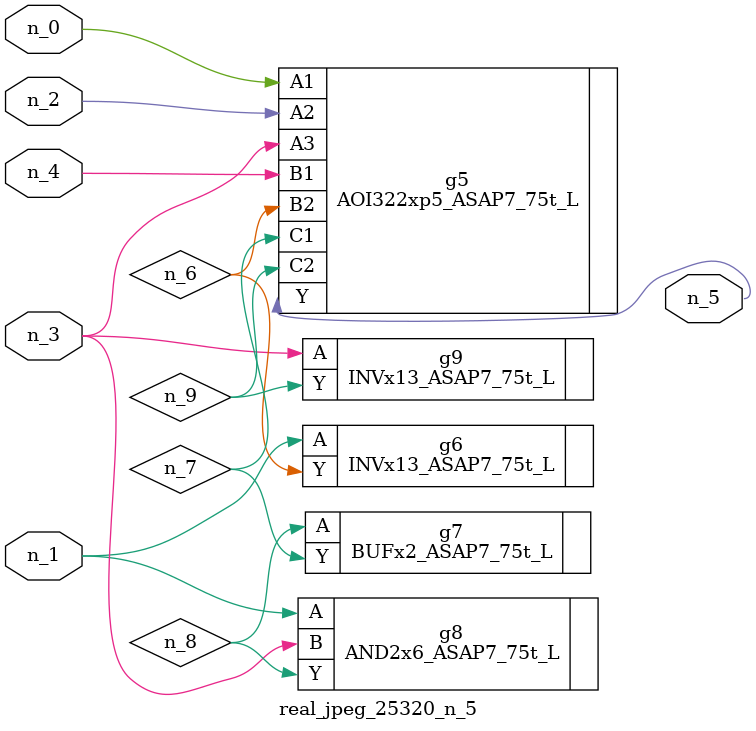
<source format=v>
module real_jpeg_25320_n_5 (n_4, n_0, n_1, n_2, n_3, n_5);

input n_4;
input n_0;
input n_1;
input n_2;
input n_3;

output n_5;

wire n_8;
wire n_6;
wire n_7;
wire n_9;

AOI322xp5_ASAP7_75t_L g5 ( 
.A1(n_0),
.A2(n_2),
.A3(n_3),
.B1(n_4),
.B2(n_6),
.C1(n_7),
.C2(n_9),
.Y(n_5)
);

INVx13_ASAP7_75t_L g6 ( 
.A(n_1),
.Y(n_6)
);

AND2x6_ASAP7_75t_L g8 ( 
.A(n_1),
.B(n_3),
.Y(n_8)
);

INVx13_ASAP7_75t_L g9 ( 
.A(n_3),
.Y(n_9)
);

BUFx2_ASAP7_75t_L g7 ( 
.A(n_8),
.Y(n_7)
);


endmodule
</source>
